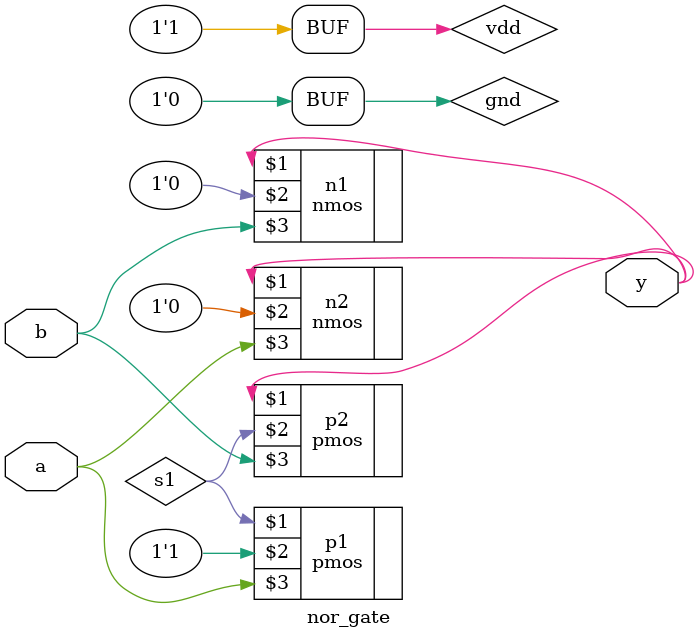
<source format=v>

module
nor_gate(y,a,b);
input a,b;
output y;
supply1 vdd;
supply0
gnd; wire s1;
nmos n1 (y,gnd,b);
nmos n2 (y,gnd,a);
pmos
p1(s1,vdd,a);
pmos p2(y,s1,b);
endmodule

</source>
